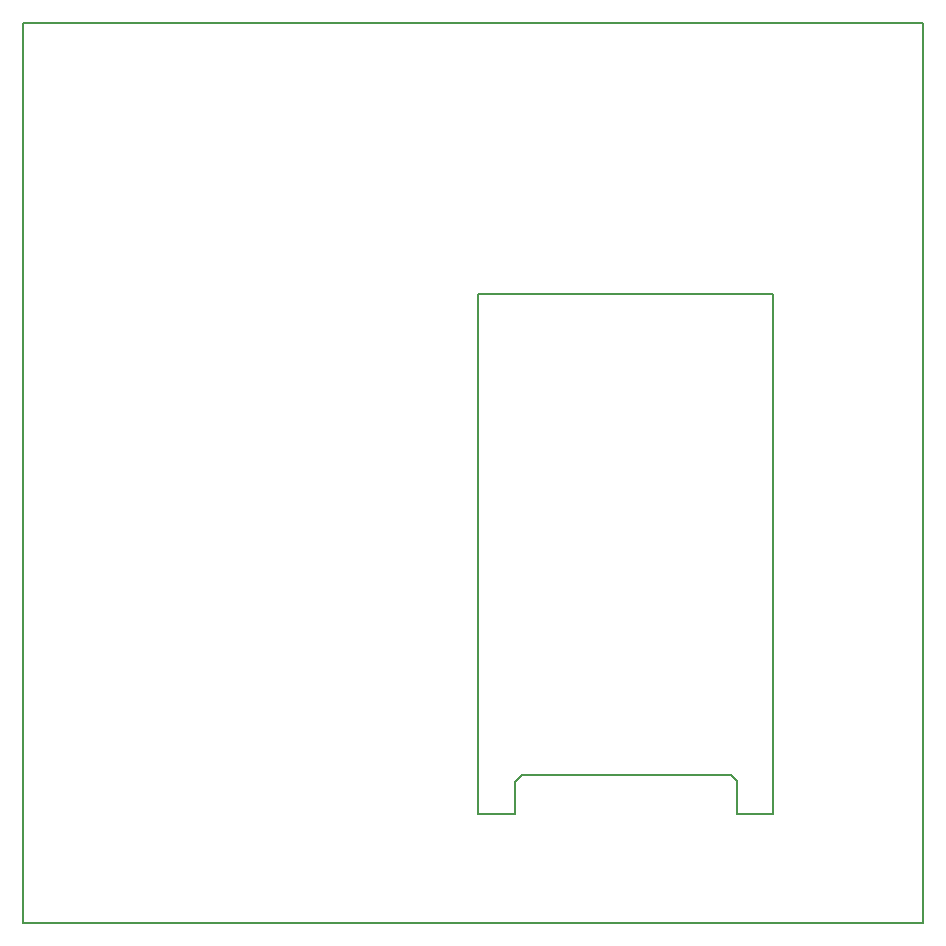
<source format=gko>
G04*
G04 #@! TF.GenerationSoftware,Altium Limited,Altium Designer,20.1.11 (218)*
G04*
G04 Layer_Color=16711935*
%FSAX24Y24*%
%MOIN*%
G70*
G04*
G04 #@! TF.SameCoordinates,8D6CE9FB-AABF-4BDC-A6A6-A5C6F517AC22*
G04*
G04*
G04 #@! TF.FilePolarity,Positive*
G04*
G01*
G75*
%ADD43C,0.0050*%
D43*
X027608Y016070D02*
Y033393D01*
X037450D01*
Y016070D02*
Y033393D01*
X036230Y016070D02*
X037450D01*
X036230D02*
Y017172D01*
X036033Y017369D02*
X036230Y017172D01*
X029025Y017369D02*
X036033D01*
X029025Y017349D02*
Y017369D01*
X028828Y017152D02*
X029025Y017349D01*
X028828Y016070D02*
Y017152D01*
X027608Y016070D02*
X028828D01*
X012450Y012450D02*
X012450Y042450D01*
X042450Y042450D01*
X042450Y012450D02*
X042450Y042450D01*
X012450Y012450D02*
X042450Y012450D01*
M02*

</source>
